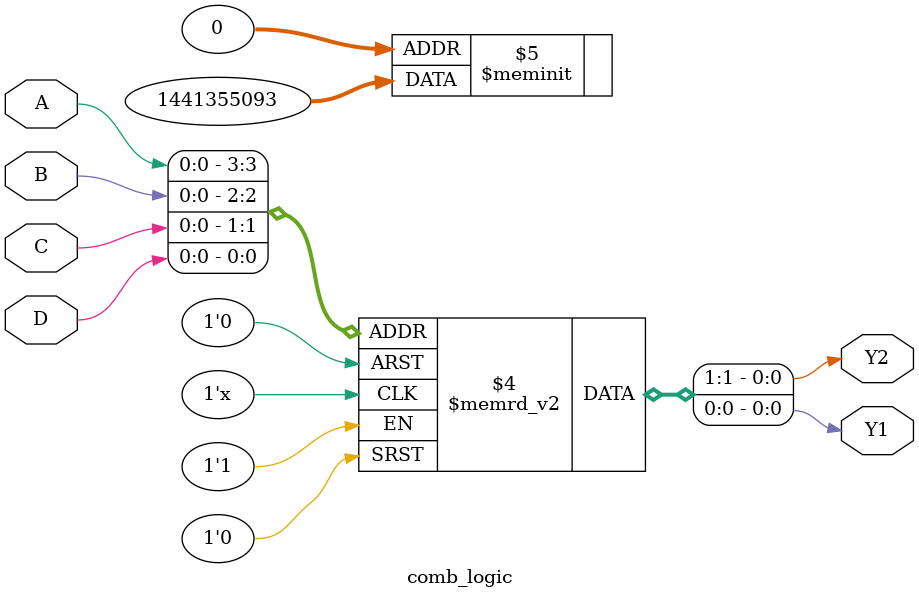
<source format=v>

module comb_logic (A,B,C,D,Y1,Y2);
	
	input	wire	A;
	input	wire	B;
	input	wire	C;
	input	wire	D;

	output	reg		Y1;
	output	reg		Y2;

	always @ (*)
		begin
			case ({A,B,C,D})
				4'b0000 : begin Y1 = 1; Y2 = 0; end
				4'b0001 : begin Y1 = 1; Y2 = 0; end
				4'b0010 : begin Y1 = 1; Y2 = 0; end
				4'b0011 : begin Y1 = 1; Y2 = 0; end
				4'b0100 : begin Y1 = 1; Y2 = 0; end
				4'b0101 : begin Y1 = 1; Y2 = 0; end
				4'b0110 : begin Y1 = 1; Y2 = 0; end
				4'b0111 : begin Y1 = 1; Y2 = 0; end
				4'b1000 : begin Y1 = 1; Y2 = 0; end
				4'b1001 : begin Y1 = 0; Y2 = 1; end
				4'b1010 : begin Y1 = 0; Y2 = 1; end
				4'b1011 : begin Y1 = 1; Y2 = 1; end
				4'b1100 : begin Y1 = 1; Y2 = 0; end
				4'b1101 : begin Y1 = 1; Y2 = 0; end
				4'b1110 : begin Y1 = 1; Y2 = 0; end
				4'b1111 : begin Y1 = 1; Y2 = 0; end
				default : begin Y1 = 0; Y2 = 0; end
			endcase
		end
	
endmodule

</source>
